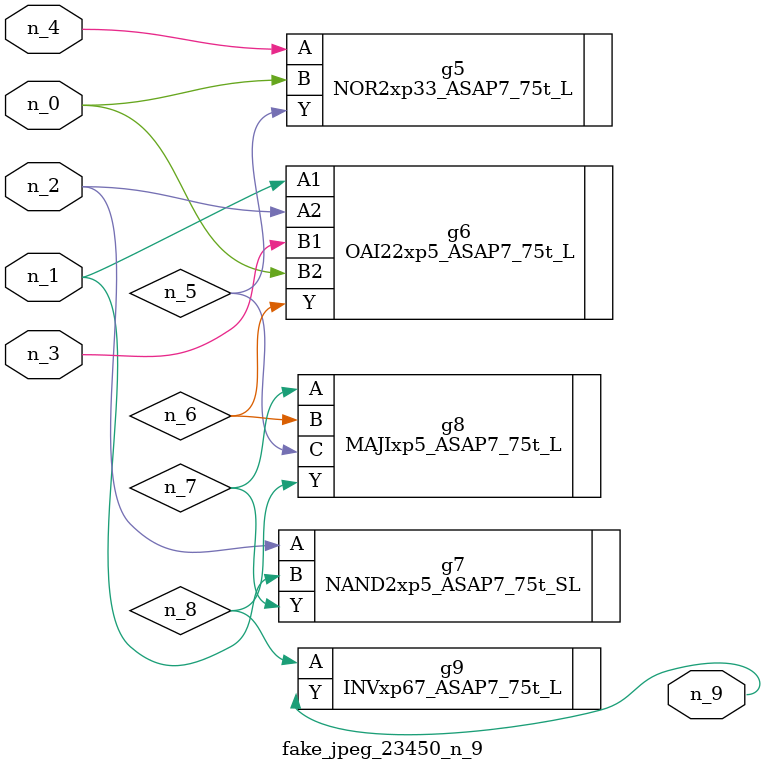
<source format=v>
module fake_jpeg_23450_n_9 (n_3, n_2, n_1, n_0, n_4, n_9);

input n_3;
input n_2;
input n_1;
input n_0;
input n_4;

output n_9;

wire n_8;
wire n_6;
wire n_5;
wire n_7;

NOR2xp33_ASAP7_75t_L g5 ( 
.A(n_4),
.B(n_0),
.Y(n_5)
);

OAI22xp5_ASAP7_75t_L g6 ( 
.A1(n_1),
.A2(n_2),
.B1(n_3),
.B2(n_0),
.Y(n_6)
);

NAND2xp5_ASAP7_75t_SL g7 ( 
.A(n_2),
.B(n_1),
.Y(n_7)
);

MAJIxp5_ASAP7_75t_L g8 ( 
.A(n_7),
.B(n_6),
.C(n_5),
.Y(n_8)
);

INVxp67_ASAP7_75t_L g9 ( 
.A(n_8),
.Y(n_9)
);


endmodule
</source>
